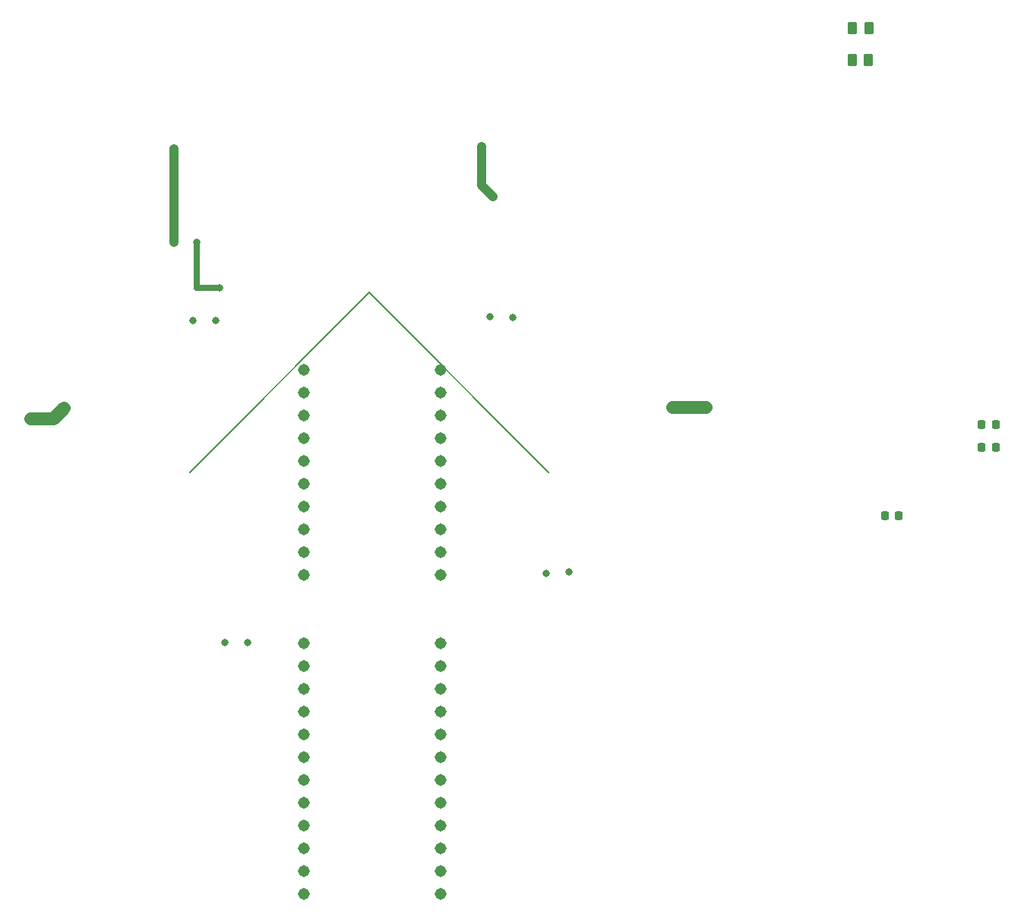
<source format=gbr>
%TF.GenerationSoftware,KiCad,Pcbnew,7.0.5*%
%TF.CreationDate,2023-06-16T10:57:35+02:00*%
%TF.ProjectId,maglev cv2,6d61676c-6576-4206-9376-322e6b696361,rev?*%
%TF.SameCoordinates,Original*%
%TF.FileFunction,Copper,L1,Top*%
%TF.FilePolarity,Positive*%
%FSLAX46Y46*%
G04 Gerber Fmt 4.6, Leading zero omitted, Abs format (unit mm)*
G04 Created by KiCad (PCBNEW 7.0.5) date 2023-06-16 10:57:35*
%MOMM*%
%LPD*%
G01*
G04 APERTURE LIST*
G04 Aperture macros list*
%AMRoundRect*
0 Rectangle with rounded corners*
0 $1 Rounding radius*
0 $2 $3 $4 $5 $6 $7 $8 $9 X,Y pos of 4 corners*
0 Add a 4 corners polygon primitive as box body*
4,1,4,$2,$3,$4,$5,$6,$7,$8,$9,$2,$3,0*
0 Add four circle primitives for the rounded corners*
1,1,$1+$1,$2,$3*
1,1,$1+$1,$4,$5*
1,1,$1+$1,$6,$7*
1,1,$1+$1,$8,$9*
0 Add four rect primitives between the rounded corners*
20,1,$1+$1,$2,$3,$4,$5,0*
20,1,$1+$1,$4,$5,$6,$7,0*
20,1,$1+$1,$6,$7,$8,$9,0*
20,1,$1+$1,$8,$9,$2,$3,0*%
G04 Aperture macros list end*
%TA.AperFunction,NonConductor*%
%ADD10C,0.200000*%
%TD*%
%TA.AperFunction,SMDPad,CuDef*%
%ADD11RoundRect,0.250000X-0.262500X-0.450000X0.262500X-0.450000X0.262500X0.450000X-0.262500X0.450000X0*%
%TD*%
%TA.AperFunction,SMDPad,CuDef*%
%ADD12RoundRect,0.225000X-0.225000X-0.250000X0.225000X-0.250000X0.225000X0.250000X-0.225000X0.250000X0*%
%TD*%
%TA.AperFunction,ComponentPad*%
%ADD13C,1.308000*%
%TD*%
%TA.AperFunction,ViaPad*%
%ADD14C,0.800000*%
%TD*%
%TA.AperFunction,Conductor*%
%ADD15C,0.700000*%
%TD*%
%TA.AperFunction,Conductor*%
%ADD16C,1.000000*%
%TD*%
%TA.AperFunction,Conductor*%
%ADD17C,1.400000*%
%TD*%
G04 APERTURE END LIST*
D10*
X166194188Y-99250000D02*
X146201140Y-79256952D01*
X146201140Y-79256952D02*
X126208092Y-99250000D01*
D11*
%TO.P,R5,1*%
%TO.N,+3.3V*%
X200087500Y-49750000D03*
%TO.P,R5,2*%
%TO.N,unconnected-(R5-Pad2)*%
X201912500Y-49750000D03*
%TD*%
D12*
%TO.P,C5,1*%
%TO.N,GND*%
X214490000Y-96490000D03*
%TO.P,C5,2*%
%TO.N,+3.3V*%
X216040000Y-96490000D03*
%TD*%
%TO.P,C7,2*%
%TO.N,+3.3V*%
X205245000Y-104140000D03*
%TO.P,C7,1*%
%TO.N,GND*%
X203695000Y-104140000D03*
%TD*%
D11*
%TO.P,R6,1*%
%TO.N,unconnected-(R6-Pad1)*%
X200041600Y-53296000D03*
%TO.P,R6,2*%
%TO.N,+3.3V*%
X201866600Y-53296000D03*
%TD*%
D13*
%TO.P,MC1,0,0_RX1_CRX2_CS1*%
%TO.N,unconnected-(MC1-0_RX1_CRX2_CS1-Pad0)*%
X154149481Y-143769185D03*
%TO.P,MC1,1,1_TX1_CTX2_MISO1*%
%TO.N,unconnected-(MC1-1_TX1_CTX2_MISO1-Pad1)*%
X154149481Y-141229185D03*
%TO.P,MC1,2,2_OUT2*%
%TO.N,Net-(M1-IN2)*%
X154149481Y-138689185D03*
%TO.P,MC1,3,3_LRCLK2*%
%TO.N,Net-(M1-IN1)*%
X154149481Y-136149185D03*
%TO.P,MC1,3.3V_1*%
%TO.N,N/C*%
X154149481Y-110749185D03*
%TO.P,MC1,3.3V_2*%
X138909481Y-141229185D03*
%TO.P,MC1,4,4_BCLK2*%
%TO.N,Net-(M2-IN2)*%
X154149481Y-133609185D03*
%TO.P,MC1,5,5_IN2*%
%TO.N,Net-(M2-IN1)*%
X154149481Y-131069185D03*
%TO.P,MC1,6,6_OUT1D*%
%TO.N,Net-(M3-IN2)*%
X154149481Y-128529185D03*
%TO.P,MC1,7,7_RX2_OUT1A*%
%TO.N,Net-(M3-IN1)*%
X154149481Y-125989185D03*
%TO.P,MC1,8,8_TX2_IN1*%
%TO.N,Net-(M4-IN2)*%
X154149481Y-123449185D03*
%TO.P,MC1,9,9_OUT1C*%
%TO.N,Net-(M4-IN1)*%
X154149481Y-120909185D03*
%TO.P,MC1,10,10_CS_MQSR*%
%TO.N,unconnected-(MC1-10_CS_MQSR-Pad10)*%
X154149481Y-118369185D03*
%TO.P,MC1,15,3V3*%
%TO.N,unconnected-(MC1-3V3-Pad15)*%
X138909481Y-118369185D03*
%TO.P,MC1,16,24_A10_TX6_SCL2*%
%TO.N,unconnected-(MC1-24_A10_TX6_SCL2-Pad16)*%
X138909481Y-120909185D03*
%TO.P,MC1,17,25_A11_RX6_SDA2*%
%TO.N,unconnected-(MC1-25_A11_RX6_SDA2-Pad17)*%
X138909481Y-123449185D03*
%TO.P,MC1,18,18_A4_SDA*%
%TO.N,/I2C*%
X138909481Y-125989185D03*
%TO.P,MC1,19,19_A5_SCL*%
%TO.N,Net-(MC1-19_A5_SCL)*%
X138909481Y-128529185D03*
%TO.P,MC1,20,28_RX7*%
%TO.N,unconnected-(MC1-28_RX7-Pad20)*%
X138909481Y-131069185D03*
%TO.P,MC1,21,29_TX7*%
%TO.N,unconnected-(MC1-29_TX7-Pad21)*%
X138909481Y-133609185D03*
%TO.P,MC1,22,30_CRX3*%
%TO.N,unconnected-(MC1-30_CRX3-Pad22)*%
X138909481Y-136149185D03*
%TO.P,MC1,23,31_CTX3*%
%TO.N,unconnected-(MC1-31_CTX3-Pad23)*%
X138909481Y-138689185D03*
%TO.P,MC1,24,32_OUT1B*%
%TO.N,unconnected-(MC1-32_OUT1B-Pad24)*%
X154149481Y-108209185D03*
%TO.P,MC1,25,33_MCLK2*%
%TO.N,unconnected-(MC1-33_MCLK2-Pad25)*%
X154149481Y-105669185D03*
%TO.P,MC1,26,34_RX8*%
%TO.N,unconnected-(MC1-34_RX8-Pad26)*%
X154149481Y-103129185D03*
%TO.P,MC1,27,35_TX8*%
%TO.N,unconnected-(MC1-35_TX8-Pad27)*%
X154149481Y-100589185D03*
%TO.P,MC1,28,36_CS*%
%TO.N,unconnected-(MC1-36_CS-Pad28)*%
X154149481Y-98049185D03*
%TO.P,MC1,29,37_CS*%
%TO.N,unconnected-(MC1-37_CS-Pad29)*%
X154149481Y-95509185D03*
%TO.P,MC1,30,38_CS1_IN1*%
%TO.N,unconnected-(MC1-38_CS1_IN1-Pad30)*%
X154149481Y-92969185D03*
%TO.P,MC1,31,39_MISO1_OUT1A*%
%TO.N,unconnected-(MC1-39_MISO1_OUT1A-Pad31)*%
X154149481Y-90429185D03*
%TO.P,MC1,32,40_A16*%
%TO.N,unconnected-(MC1-40_A16-Pad32)*%
X154149481Y-87889185D03*
%TO.P,MC1,33,41_A17*%
%TO.N,unconnected-(MC1-41_A17-Pad33)*%
X138909481Y-87889185D03*
%TO.P,MC1,34,GND*%
%TO.N,GND*%
X138909481Y-90429185D03*
%TO.P,MC1,35,13_SCK_LED*%
%TO.N,unconnected-(MC1-13_SCK_LED-Pad35)*%
X138909481Y-92969185D03*
%TO.P,MC1,36,14_A0_TX3_SPDIF_OUT*%
%TO.N,unconnected-(MC1-14_A0_TX3_SPDIF_OUT-Pad36)*%
X138909481Y-95509185D03*
%TO.P,MC1,37,15_A1_RX3_SPDIF_IN*%
%TO.N,unconnected-(MC1-15_A1_RX3_SPDIF_IN-Pad37)*%
X138909481Y-98049185D03*
%TO.P,MC1,38,16_A2_RX4_SCL1*%
%TO.N,unconnected-(MC1-16_A2_RX4_SCL1-Pad38)*%
X138909481Y-100589185D03*
%TO.P,MC1,39,17_A3_TX4_SDA1*%
%TO.N,unconnected-(MC1-17_A3_TX4_SDA1-Pad39)*%
X138909481Y-103129185D03*
%TO.P,MC1,40*%
%TO.N,N/C*%
X138909481Y-105669185D03*
%TO.P,MC1,41*%
X138909481Y-108209185D03*
%TO.P,MC1,GND1*%
X154149481Y-146309185D03*
%TO.P,MC1,GND2*%
X138909481Y-110749185D03*
%TO.P,MC1,GND3*%
X138909481Y-143769185D03*
%TO.P,MC1,VIN*%
X138909481Y-146309185D03*
%TD*%
D12*
%TO.P,C6,1*%
%TO.N,GND*%
X214490000Y-93980000D03*
%TO.P,C6,2*%
%TO.N,+3.3V*%
X216040000Y-93980000D03*
%TD*%
D14*
%TO.N,unconnected-(M3-OUT2-Pad8)*%
X129096820Y-82388580D03*
%TO.N,unconnected-(M3-OUT1-Pad6)*%
X126575754Y-82361177D03*
%TO.N,unconnected-(M1-OUT2-Pad8)*%
X162243701Y-82015144D03*
%TO.N,unconnected-(M1-OUT1-Pad6)*%
X159686098Y-81942069D03*
%TO.N,unconnected-(M2-OUT1-Pad6)*%
X165941021Y-110515532D03*
%TO.N,unconnected-(M2-OUT2-Pad8)*%
X168480355Y-110369383D03*
%TO.N,unconnected-(M4-OUT1-Pad6)*%
X130175000Y-118235976D03*
%TO.N,unconnected-(M4-OUT2-Pad8)*%
X132715000Y-118235976D03*
%TO.N,+3.3V*%
X129540000Y-78740000D03*
X127000000Y-73660000D03*
%TO.N,GND*%
X124460000Y-73660000D03*
X124460000Y-63205969D03*
X160020000Y-68580000D03*
X158750000Y-63000000D03*
X108500000Y-93300000D03*
X180000000Y-92000000D03*
X183700000Y-92000000D03*
X112200000Y-92100000D03*
%TD*%
D15*
%TO.N,+3.3V*%
X127000000Y-73660000D02*
X127000000Y-78740000D01*
X127000000Y-78740000D02*
X129540000Y-78740000D01*
D16*
%TO.N,GND*%
X124460000Y-63205969D02*
X124460000Y-73660000D01*
X158750000Y-67310000D02*
X160020000Y-68580000D01*
X158750000Y-63000000D02*
X158750000Y-67310000D01*
D17*
X112200000Y-92100000D02*
X111000000Y-93300000D01*
X183700000Y-92000000D02*
X180000000Y-92000000D01*
X111000000Y-93300000D02*
X108500000Y-93300000D01*
%TD*%
M02*

</source>
